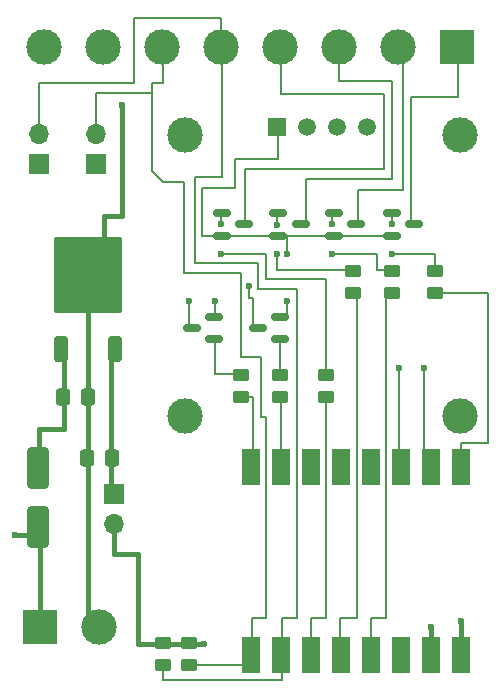
<source format=gtl>
G04 #@! TF.GenerationSoftware,KiCad,Pcbnew,9.0.0*
G04 #@! TF.CreationDate,2025-03-14T10:33:53+00:00*
G04 #@! TF.ProjectId,paxtogeddon-pcb,70617874-6f67-4656-9464-6f6e2d706362,rev?*
G04 #@! TF.SameCoordinates,Original*
G04 #@! TF.FileFunction,Copper,L1,Top*
G04 #@! TF.FilePolarity,Positive*
%FSLAX46Y46*%
G04 Gerber Fmt 4.6, Leading zero omitted, Abs format (unit mm)*
G04 Created by KiCad (PCBNEW 9.0.0) date 2025-03-14 10:33:53*
%MOMM*%
%LPD*%
G01*
G04 APERTURE LIST*
G04 Aperture macros list*
%AMRoundRect*
0 Rectangle with rounded corners*
0 $1 Rounding radius*
0 $2 $3 $4 $5 $6 $7 $8 $9 X,Y pos of 4 corners*
0 Add a 4 corners polygon primitive as box body*
4,1,4,$2,$3,$4,$5,$6,$7,$8,$9,$2,$3,0*
0 Add four circle primitives for the rounded corners*
1,1,$1+$1,$2,$3*
1,1,$1+$1,$4,$5*
1,1,$1+$1,$6,$7*
1,1,$1+$1,$8,$9*
0 Add four rect primitives between the rounded corners*
20,1,$1+$1,$2,$3,$4,$5,0*
20,1,$1+$1,$4,$5,$6,$7,0*
20,1,$1+$1,$6,$7,$8,$9,0*
20,1,$1+$1,$8,$9,$2,$3,0*%
G04 Aperture macros list end*
G04 #@! TA.AperFunction,Conductor*
%ADD10C,0.400000*%
G04 #@! TD*
G04 #@! TA.AperFunction,Conductor*
%ADD11C,0.200000*%
G04 #@! TD*
G04 #@! TA.AperFunction,ComponentPad*
%ADD12R,3.000000X3.000000*%
G04 #@! TD*
G04 #@! TA.AperFunction,ComponentPad*
%ADD13C,3.000000*%
G04 #@! TD*
G04 #@! TA.AperFunction,SMDPad,CuDef*
%ADD14RoundRect,0.250000X0.350000X-0.850000X0.350000X0.850000X-0.350000X0.850000X-0.350000X-0.850000X0*%
G04 #@! TD*
G04 #@! TA.AperFunction,SMDPad,CuDef*
%ADD15RoundRect,0.250000X1.125000X-1.275000X1.125000X1.275000X-1.125000X1.275000X-1.125000X-1.275000X0*%
G04 #@! TD*
G04 #@! TA.AperFunction,SMDPad,CuDef*
%ADD16RoundRect,0.249997X2.650003X-2.950003X2.650003X2.950003X-2.650003X2.950003X-2.650003X-2.950003X0*%
G04 #@! TD*
G04 #@! TA.AperFunction,ComponentPad*
%ADD17R,1.508000X1.508000*%
G04 #@! TD*
G04 #@! TA.AperFunction,ComponentPad*
%ADD18C,1.508000*%
G04 #@! TD*
G04 #@! TA.AperFunction,SMDPad,CuDef*
%ADD19RoundRect,0.250000X-0.650000X1.500000X-0.650000X-1.500000X0.650000X-1.500000X0.650000X1.500000X0*%
G04 #@! TD*
G04 #@! TA.AperFunction,ComponentPad*
%ADD20O,1.700000X1.700000*%
G04 #@! TD*
G04 #@! TA.AperFunction,ComponentPad*
%ADD21R,1.700000X1.700000*%
G04 #@! TD*
G04 #@! TA.AperFunction,SMDPad,CuDef*
%ADD22RoundRect,0.250000X0.450000X-0.262500X0.450000X0.262500X-0.450000X0.262500X-0.450000X-0.262500X0*%
G04 #@! TD*
G04 #@! TA.AperFunction,SMDPad,CuDef*
%ADD23RoundRect,0.250000X-0.450000X0.262500X-0.450000X-0.262500X0.450000X-0.262500X0.450000X0.262500X0*%
G04 #@! TD*
G04 #@! TA.AperFunction,SMDPad,CuDef*
%ADD24RoundRect,0.150000X0.587500X0.150000X-0.587500X0.150000X-0.587500X-0.150000X0.587500X-0.150000X0*%
G04 #@! TD*
G04 #@! TA.AperFunction,SMDPad,CuDef*
%ADD25RoundRect,0.150000X-0.587500X-0.150000X0.587500X-0.150000X0.587500X0.150000X-0.587500X0.150000X0*%
G04 #@! TD*
G04 #@! TA.AperFunction,SMDPad,CuDef*
%ADD26RoundRect,0.250000X-0.337500X-0.475000X0.337500X-0.475000X0.337500X0.475000X-0.337500X0.475000X0*%
G04 #@! TD*
G04 #@! TA.AperFunction,SMDPad,CuDef*
%ADD27RoundRect,0.250000X0.337500X0.475000X-0.337500X0.475000X-0.337500X-0.475000X0.337500X-0.475000X0*%
G04 #@! TD*
G04 #@! TA.AperFunction,SMDPad,CuDef*
%ADD28R,1.524000X3.025000*%
G04 #@! TD*
G04 #@! TA.AperFunction,ViaPad*
%ADD29C,0.600000*%
G04 #@! TD*
G04 APERTURE END LIST*
D10*
X39600000Y-56100000D02*
X39600000Y-46700000D01*
X39600000Y-61300000D02*
X39600000Y-56100000D01*
X37600000Y-55900000D02*
X37600000Y-52000000D01*
X37600000Y-58800000D02*
X37600000Y-55900000D01*
X41000000Y-40800000D02*
X41000000Y-43000000D01*
X42500000Y-40800000D02*
X41000000Y-40800000D01*
X43900000Y-77000000D02*
X45800000Y-77000000D01*
X43900000Y-69400000D02*
X43900000Y-77000000D01*
X41800000Y-69400000D02*
X43900000Y-69400000D01*
X41800000Y-66900000D02*
X41800000Y-69400000D01*
X41600000Y-61300000D02*
X41600000Y-64300000D01*
X41600000Y-61300000D02*
X41600000Y-52400000D01*
X39600000Y-75400000D02*
X39600000Y-61300000D01*
X35500000Y-58800000D02*
X37600000Y-58800000D01*
X35500000Y-62000000D02*
X35500000Y-58800000D01*
X33500000Y-67800000D02*
X35300000Y-67800000D01*
D11*
X73500000Y-47300000D02*
X69000000Y-47300000D01*
X73500000Y-60000000D02*
X73500000Y-47300000D01*
X71200000Y-60000000D02*
X73500000Y-60000000D01*
X71200000Y-61900000D02*
X71200000Y-60000000D01*
X57300000Y-47000000D02*
X54000000Y-47000000D01*
X43500000Y-29500000D02*
X43500000Y-24000000D01*
X53500000Y-78000000D02*
X53500000Y-74800000D01*
X48200000Y-50300000D02*
X48200000Y-48000000D01*
X60300000Y-40700000D02*
X60300000Y-41500000D01*
X45100000Y-29500000D02*
X45100000Y-37000000D01*
X54300000Y-52700000D02*
X52600000Y-52700000D01*
X53600000Y-50200000D02*
X53600000Y-47700000D01*
X65400000Y-29400000D02*
X60900000Y-29400000D01*
X52900000Y-36800000D02*
X64700000Y-36800000D01*
X40300000Y-30400000D02*
X45100000Y-30400000D01*
X46000000Y-26500000D02*
X46000000Y-29500000D01*
X58500000Y-74800000D02*
X59800000Y-74800000D01*
X62500000Y-41500000D02*
X62500000Y-38600000D01*
X56500000Y-49300000D02*
X56500000Y-48000000D01*
X52200000Y-54200000D02*
X50400000Y-54200000D01*
X60900000Y-29400000D02*
X60900000Y-26500000D01*
X57300000Y-55050000D02*
X57300000Y-74800000D01*
X55600000Y-40600000D02*
X55600000Y-41600000D01*
X51000000Y-26600000D02*
X51000000Y-37500000D01*
X50900000Y-24000000D02*
X50900000Y-25600000D01*
X61900000Y-45400000D02*
X55600000Y-45400000D01*
X62500000Y-38600000D02*
X66300000Y-38600000D01*
X65400000Y-37700000D02*
X65400000Y-29400000D01*
X54000000Y-44800000D02*
X48700000Y-44800000D01*
X55700000Y-36000000D02*
X55700000Y-33400000D01*
X65400000Y-40700000D02*
X65400000Y-41500000D01*
X54700000Y-74800000D02*
X54700000Y-57800000D01*
D10*
X48300000Y-77000000D02*
X49500000Y-77000000D01*
D11*
X46000000Y-80100000D02*
X56100000Y-80100000D01*
D10*
X71200000Y-75100000D02*
X71200000Y-77000000D01*
D11*
X59800000Y-46100000D02*
X54700000Y-46100000D01*
X66000000Y-53700000D02*
X66000000Y-61000000D01*
X59800000Y-56200000D02*
X59800000Y-74800000D01*
X67000000Y-30700000D02*
X71000000Y-30700000D01*
X64100000Y-44000000D02*
X60300000Y-44000000D01*
X46000000Y-78800000D02*
X46000000Y-80100000D01*
X56000000Y-61800000D02*
X56000000Y-56100000D01*
D10*
X45900000Y-77000000D02*
X48300000Y-77000000D01*
D11*
X53500000Y-74800000D02*
X54700000Y-74800000D01*
X48300000Y-78800000D02*
X53300000Y-78800000D01*
X47800000Y-37900000D02*
X47100000Y-37900000D01*
X53600000Y-56100000D02*
X52600000Y-56100000D01*
X50400000Y-54200000D02*
X50400000Y-51300000D01*
X61000000Y-74800000D02*
X61000000Y-77900000D01*
X48700000Y-44800000D02*
X48700000Y-37500000D01*
X54700000Y-44000000D02*
X50900000Y-44000000D01*
X56100000Y-74800000D02*
X57300000Y-74800000D01*
X35500000Y-29500000D02*
X43500000Y-29500000D01*
X53300000Y-47700000D02*
X53300000Y-46700000D01*
X47800000Y-45600000D02*
X47800000Y-37900000D01*
X40300000Y-33800000D02*
X40300000Y-30400000D01*
X52900000Y-41600000D02*
X52900000Y-36800000D01*
X49300000Y-42500000D02*
X49300000Y-38400000D01*
X52100000Y-38400000D02*
X52100000Y-36000000D01*
X64100000Y-45400000D02*
X64100000Y-44000000D01*
X69000000Y-44000000D02*
X65400000Y-44000000D01*
X58100000Y-41600000D02*
X58100000Y-37700000D01*
X54700000Y-46100000D02*
X54700000Y-44000000D01*
X50900000Y-40600000D02*
X50900000Y-41500000D01*
X45100000Y-37000000D02*
X46000000Y-37900000D01*
X54700000Y-57800000D02*
X54300000Y-57800000D01*
X55600000Y-44000000D02*
X55600000Y-45400000D01*
X69000000Y-45500000D02*
X69000000Y-44000000D01*
X43500000Y-24000000D02*
X50900000Y-24000000D01*
D10*
X42500000Y-40800000D02*
X42500000Y-31400000D01*
D11*
X52600000Y-52700000D02*
X52600000Y-45600000D01*
X54000000Y-47000000D02*
X54000000Y-44800000D01*
X55900000Y-54200000D02*
X55900000Y-51300000D01*
X71000000Y-30700000D02*
X71000000Y-26500000D01*
X56000000Y-30500000D02*
X56000000Y-26400000D01*
X66300000Y-38600000D02*
X66300000Y-26700000D01*
X61000000Y-74800000D02*
X62400000Y-74800000D01*
X58100000Y-37700000D02*
X65400000Y-37700000D01*
X56500000Y-44000000D02*
X56500000Y-42500000D01*
X54300000Y-57800000D02*
X54300000Y-52700000D01*
X68100000Y-53700000D02*
X68100000Y-61200000D01*
X52100000Y-36000000D02*
X55700000Y-36000000D01*
X64700000Y-36800000D02*
X64700000Y-30500000D01*
X49300000Y-38400000D02*
X52100000Y-38400000D01*
X63600000Y-74800000D02*
X64900000Y-74800000D01*
X59800000Y-54400000D02*
X59800000Y-46100000D01*
X57300000Y-55050000D02*
X57300000Y-47000000D01*
X64900000Y-47400000D02*
X64900000Y-74800000D01*
X50400000Y-48000000D02*
X50400000Y-49300000D01*
X63600000Y-74800000D02*
X63600000Y-77500000D01*
X53600000Y-60800000D02*
X53600000Y-56100000D01*
X46000000Y-29500000D02*
X45100000Y-29500000D01*
X53600000Y-47700000D02*
X53300000Y-47700000D01*
X46000000Y-37900000D02*
X47100000Y-37900000D01*
X67000000Y-41600000D02*
X67000000Y-30700000D01*
X56100000Y-80100000D02*
X56100000Y-78600000D01*
X58500000Y-74800000D02*
X58500000Y-77500000D01*
X50900000Y-42500000D02*
X49300000Y-42500000D01*
X64700000Y-30500000D02*
X56000000Y-30500000D01*
X62400000Y-47300000D02*
X62400000Y-74800000D01*
X52600000Y-45600000D02*
X47800000Y-45600000D01*
X51000000Y-37500000D02*
X48700000Y-37500000D01*
X35500000Y-34000000D02*
X35500000Y-29500000D01*
D10*
X68700000Y-75600000D02*
X68700000Y-77300000D01*
D11*
X65000000Y-45400000D02*
X64100000Y-45400000D01*
X50900000Y-42500000D02*
X65400000Y-42500000D01*
X56100000Y-74800000D02*
X56100000Y-78600000D01*
D12*
X70900000Y-26500000D03*
D13*
X65900000Y-26500000D03*
X60900000Y-26500000D03*
X55900000Y-26500000D03*
X50900000Y-26500000D03*
X45900000Y-26500000D03*
X40900000Y-26500000D03*
X35900000Y-26500000D03*
D12*
X35567500Y-75567500D03*
D13*
X40567500Y-75567500D03*
D14*
X37392500Y-52100000D03*
D15*
X38147500Y-47475000D03*
X41197500Y-47475000D03*
D16*
X39672500Y-45800000D03*
D15*
X38147500Y-44125000D03*
X41197500Y-44125000D03*
D14*
X41952500Y-52100000D03*
D17*
X55660000Y-33300000D03*
D18*
X58200000Y-33300000D03*
X60740000Y-33300000D03*
X63280000Y-33300000D03*
D13*
X47820000Y-33900000D03*
X71120000Y-33900000D03*
X71120000Y-57700000D03*
X47820000Y-57700000D03*
D19*
X35400000Y-67100000D03*
X35400000Y-62100000D03*
D20*
X41800000Y-66865000D03*
D21*
X41800000Y-64325000D03*
D22*
X69000000Y-45487500D03*
X69000000Y-47312500D03*
X65400000Y-45487500D03*
X65400000Y-47312500D03*
X62100000Y-45487500D03*
X62100000Y-47312500D03*
X59800000Y-54287500D03*
X59800000Y-56112500D03*
D21*
X40300000Y-36375000D03*
D20*
X40300000Y-33835000D03*
D23*
X48200000Y-76987500D03*
X48200000Y-78812500D03*
D24*
X55937500Y-51250000D03*
X55937500Y-49350000D03*
X54062500Y-50300000D03*
D25*
X50962500Y-40550000D03*
X50962500Y-42450000D03*
X52837500Y-41500000D03*
X65362500Y-40550000D03*
X65362500Y-42450000D03*
X67237500Y-41500000D03*
D24*
X50337500Y-51250000D03*
X50337500Y-49350000D03*
X48462500Y-50300000D03*
D21*
X35500000Y-36375000D03*
D20*
X35500000Y-33835000D03*
D25*
X55762500Y-40550000D03*
X55762500Y-42450000D03*
X57637500Y-41500000D03*
D22*
X52600000Y-56112500D03*
X52600000Y-54287500D03*
D25*
X60462500Y-40550000D03*
X60462500Y-42450000D03*
X62337500Y-41500000D03*
D23*
X46000000Y-76975000D03*
X46000000Y-78800000D03*
D22*
X55900000Y-56112500D03*
X55900000Y-54287500D03*
D26*
X37562500Y-56100000D03*
X39637500Y-56100000D03*
D27*
X41637500Y-61300000D03*
X39562500Y-61300000D03*
D28*
X53470000Y-77985000D03*
X56010000Y-77985000D03*
X58550000Y-77985000D03*
X61090000Y-77985000D03*
X66170000Y-77985000D03*
X63630000Y-77985000D03*
X71250000Y-62015000D03*
X71250000Y-77985000D03*
X68710000Y-62015000D03*
X66170000Y-62015000D03*
X63630000Y-62015000D03*
X61090000Y-62015000D03*
X58550000Y-62015000D03*
X56010000Y-62015000D03*
X53470000Y-62015000D03*
X68710000Y-77985000D03*
D29*
X42500000Y-31400000D03*
X56500000Y-48000000D03*
X68700000Y-75600000D03*
X50400000Y-48000000D03*
X56500000Y-44000000D03*
X49500000Y-77000000D03*
X71200000Y-75100000D03*
X33500000Y-67800000D03*
X66000000Y-53700000D03*
X68100000Y-53700000D03*
X50900000Y-44000000D03*
X50900000Y-41500000D03*
X55600000Y-41600000D03*
X55600000Y-44000000D03*
X60300000Y-41500000D03*
X60300000Y-44000000D03*
X65400000Y-41500000D03*
X65400000Y-44000000D03*
X53300000Y-46700000D03*
X48200000Y-48000000D03*
D11*
X39500000Y-75567500D02*
X40567500Y-75567500D01*
X35567500Y-67067500D02*
X35500000Y-67000000D01*
D10*
X35567500Y-75567500D02*
X35567500Y-67000000D01*
D11*
X35567500Y-67000000D02*
X35500000Y-67000000D01*
M02*

</source>
